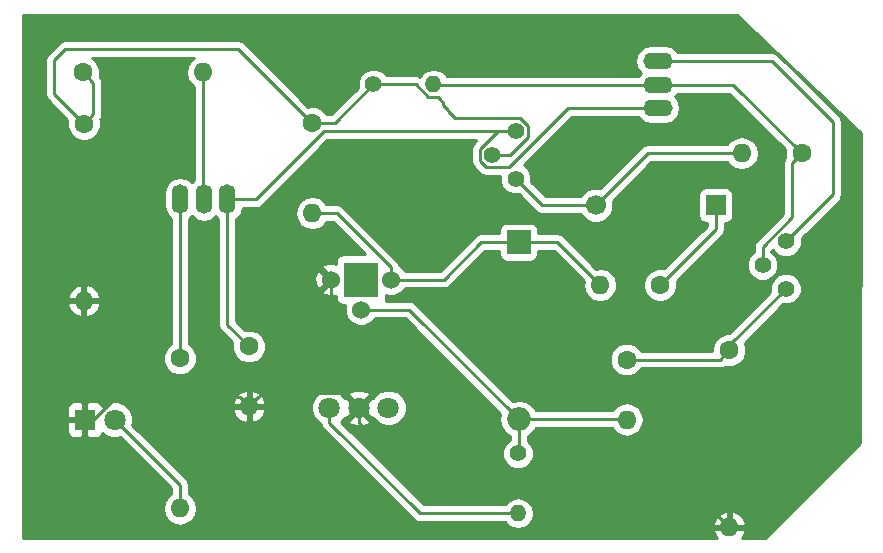
<source format=gbr>
G04 #@! TF.FileFunction,Copper,L1,Top,Signal*
%FSLAX46Y46*%
G04 Gerber Fmt 4.6, Leading zero omitted, Abs format (unit mm)*
G04 Created by KiCad (PCBNEW 4.0.5) date 06/09/17 00:57:20*
%MOMM*%
%LPD*%
G01*
G04 APERTURE LIST*
%ADD10C,0.100000*%
%ADD11C,1.600000*%
%ADD12O,1.600000X1.600000*%
%ADD13R,2.000000X2.000000*%
%ADD14O,2.000000X2.000000*%
%ADD15C,1.699260*%
%ADD16R,1.699260X1.699260*%
%ADD17R,1.800000X1.800000*%
%ADD18C,1.800000*%
%ADD19C,1.524000*%
%ADD20R,3.000000X3.000000*%
%ADD21O,1.400000X2.500000*%
%ADD22O,2.500000X1.400000*%
%ADD23C,1.400000*%
%ADD24O,1.400000X1.400000*%
%ADD25C,0.250000*%
%ADD26C,0.254000*%
G04 APERTURE END LIST*
D10*
D11*
X76476860Y-67068700D03*
D12*
X76476860Y-82068700D03*
D13*
X113280000Y-77090000D03*
D14*
X113280000Y-92090000D03*
D11*
X131130000Y-86230000D03*
D12*
X131130000Y-101230000D03*
D15*
X119809480Y-73962540D03*
D16*
X129969480Y-73962540D03*
D17*
X76545440Y-92118180D03*
D18*
X79085440Y-92118180D03*
D19*
X102481380Y-80256380D03*
X97401380Y-80256380D03*
X99941380Y-82796380D03*
D20*
X99941380Y-80256380D03*
D21*
X86629240Y-73469500D03*
X88629240Y-73469500D03*
X84629240Y-73469500D03*
D22*
X125060000Y-63760000D03*
X125060000Y-65760000D03*
X125060000Y-61760000D03*
D23*
X133930000Y-79030000D03*
X135930000Y-81030000D03*
X135930000Y-77030000D03*
D11*
X76390500Y-62727840D03*
D12*
X86550500Y-62727840D03*
D11*
X84602320Y-86939120D03*
D12*
X84602320Y-99639120D03*
D11*
X95811340Y-67022980D03*
D12*
X95811340Y-74642980D03*
D11*
X125260000Y-80720000D03*
D12*
X120180000Y-80720000D03*
D23*
X113230000Y-94980000D03*
D24*
X113230000Y-100060000D03*
D11*
X122420000Y-87030000D03*
D12*
X122420000Y-92110000D03*
D11*
X90457020Y-85925660D03*
D12*
X90457020Y-91005660D03*
D11*
X137240000Y-69570000D03*
D12*
X132160000Y-69570000D03*
D23*
X100990000Y-63740000D03*
D24*
X106070000Y-63740000D03*
D18*
X102260000Y-91120000D03*
X99760000Y-91120000D03*
X97260000Y-91120000D03*
D23*
X111030000Y-69720000D03*
X113030000Y-71720000D03*
X113030000Y-67720000D03*
D25*
X95811340Y-67022980D02*
X97707020Y-67022980D01*
X97707020Y-67022980D02*
X100990000Y-63740000D01*
X100990000Y-63740000D02*
X104552998Y-63740000D01*
X106608880Y-64950340D02*
X106608880Y-65003680D01*
X107327700Y-65979040D02*
X107891580Y-66542920D01*
X104552998Y-63740000D02*
X105577999Y-64765001D01*
X105577999Y-64765001D02*
X106423541Y-64765001D01*
X106423541Y-64765001D02*
X106608880Y-64950340D01*
X107327700Y-65874900D02*
X107327700Y-65979040D01*
X112019949Y-69720000D02*
X111030000Y-69720000D01*
X106608880Y-65003680D02*
X106918760Y-65313560D01*
X106918760Y-65313560D02*
X106918760Y-65465960D01*
X106918760Y-65465960D02*
X107327700Y-65874900D01*
X114055001Y-68212001D02*
X112547002Y-69720000D01*
X107891580Y-66542920D02*
X113369922Y-66542920D01*
X113369922Y-66542920D02*
X114055001Y-67227999D01*
X114055001Y-67227999D02*
X114055001Y-68212001D01*
X112547002Y-69720000D02*
X112019949Y-69720000D01*
X76476860Y-67068700D02*
X73939400Y-64531240D01*
X73939400Y-64531240D02*
X73939400Y-61699140D01*
X73939400Y-61699140D02*
X74889360Y-60749180D01*
X74889360Y-60749180D02*
X89537540Y-60749180D01*
X89537540Y-60749180D02*
X95811340Y-67022980D01*
X76476860Y-67068700D02*
X77276859Y-66268701D01*
X77276859Y-66268701D02*
X77276859Y-63614199D01*
X77276859Y-63614199D02*
X77190499Y-63527839D01*
X77190499Y-63527839D02*
X76390500Y-62727840D01*
X99760000Y-91120000D02*
X99760000Y-92392792D01*
X105957308Y-98590100D02*
X128490100Y-98590100D01*
X128490100Y-98590100D02*
X131130000Y-101230000D01*
X99760000Y-92392792D02*
X105957308Y-98590100D01*
X76545440Y-92118180D02*
X77272438Y-92118180D01*
X77272438Y-92118180D02*
X79184957Y-90205661D01*
X79184957Y-90205661D02*
X89657021Y-90205661D01*
X89657021Y-90205661D02*
X90457020Y-91005660D01*
X97401380Y-80256380D02*
X97401380Y-88761380D01*
X97401380Y-88761380D02*
X99760000Y-91120000D01*
X76545440Y-92118180D02*
X76545440Y-82137280D01*
X76545440Y-82137280D02*
X76476860Y-82068700D01*
X99760000Y-91120000D02*
X98492500Y-89852500D01*
X98492500Y-89852500D02*
X91610180Y-89852500D01*
X91610180Y-89852500D02*
X91257019Y-90205661D01*
X91257019Y-90205661D02*
X90457020Y-91005660D01*
X102481380Y-80256380D02*
X102481380Y-79211378D01*
X102481380Y-79211378D02*
X97912982Y-74642980D01*
X97912982Y-74642980D02*
X96942710Y-74642980D01*
X96942710Y-74642980D02*
X95811340Y-74642980D01*
X106923840Y-80256380D02*
X110090220Y-77090000D01*
X110090220Y-77090000D02*
X113280000Y-77090000D01*
X102481380Y-80256380D02*
X106923840Y-80256380D01*
X120180000Y-80720000D02*
X116550000Y-77090000D01*
X116550000Y-77090000D02*
X113280000Y-77090000D01*
X113280000Y-92090000D02*
X113280000Y-94930000D01*
X113280000Y-94930000D02*
X113230000Y-94980000D01*
X113280000Y-92090000D02*
X122400000Y-92090000D01*
X122400000Y-92090000D02*
X122420000Y-92110000D01*
X99941380Y-82796380D02*
X103986380Y-82796380D01*
X103986380Y-82796380D02*
X113280000Y-92090000D01*
X135930000Y-81030000D02*
X131130000Y-85830000D01*
X131130000Y-85830000D02*
X131130000Y-86230000D01*
X122420000Y-87030000D02*
X130330001Y-87029999D01*
X130330001Y-87029999D02*
X131130000Y-86230000D01*
X119809480Y-73962540D02*
X124202020Y-69570000D01*
X124202020Y-69570000D02*
X132160000Y-69570000D01*
X113030000Y-71720000D02*
X115272540Y-73962540D01*
X115272540Y-73962540D02*
X119809480Y-73962540D01*
X129969480Y-73962540D02*
X129969480Y-76010520D01*
X129969480Y-76010520D02*
X125260000Y-80720000D01*
X79085440Y-92118180D02*
X84602320Y-97635060D01*
X84602320Y-97635060D02*
X84602320Y-99639120D01*
X86550500Y-62727840D02*
X86550500Y-73390760D01*
X86550500Y-73390760D02*
X86629240Y-73469500D01*
X113030000Y-67720000D02*
X111512998Y-67720000D01*
X110004999Y-70212001D02*
X110537999Y-70745001D01*
X111512998Y-67720000D02*
X110004999Y-69227999D01*
X110004999Y-69227999D02*
X110004999Y-70212001D01*
X110537999Y-70745001D02*
X112487997Y-70745001D01*
X112487997Y-70745001D02*
X117472998Y-65760000D01*
X117472998Y-65760000D02*
X123560000Y-65760000D01*
X123560000Y-65760000D02*
X125060000Y-65760000D01*
X88629240Y-73469500D02*
X91029822Y-73469500D01*
X96779322Y-67720000D02*
X112040051Y-67720000D01*
X112040051Y-67720000D02*
X113030000Y-67720000D01*
X91029822Y-73469500D02*
X96779322Y-67720000D01*
X88629240Y-73469500D02*
X88629240Y-84097880D01*
X88629240Y-84097880D02*
X90457020Y-85925660D01*
X84602320Y-86939120D02*
X84602320Y-73496420D01*
X84602320Y-73496420D02*
X84629240Y-73469500D01*
X125060000Y-63760000D02*
X106090000Y-63760000D01*
X106090000Y-63760000D02*
X106070000Y-63740000D01*
X137240000Y-69570000D02*
X136440001Y-70369999D01*
X136440001Y-70369999D02*
X136440001Y-75002997D01*
X136440001Y-75002997D02*
X133930000Y-77512998D01*
X133930000Y-77512998D02*
X133930000Y-78040051D01*
X133930000Y-78040051D02*
X133930000Y-79030000D01*
X125060000Y-63760000D02*
X131430000Y-63760000D01*
X131430000Y-63760000D02*
X137240000Y-69570000D01*
X139915900Y-66949320D02*
X139915900Y-73044100D01*
X139915900Y-73044100D02*
X135930000Y-77030000D01*
X134726580Y-61760000D02*
X139915900Y-66949320D01*
X125060000Y-61760000D02*
X134726580Y-61760000D01*
X97260000Y-91120000D02*
X97260000Y-92392792D01*
X97260000Y-92392792D02*
X104927208Y-100060000D01*
X112240051Y-100060000D02*
X113230000Y-100060000D01*
X104927208Y-100060000D02*
X112240051Y-100060000D01*
D26*
G36*
X142230839Y-67829522D02*
X142213448Y-94107468D01*
X134155603Y-102170160D01*
X132188528Y-102170160D01*
X132282389Y-102085134D01*
X132521914Y-101579041D01*
X132400629Y-101357000D01*
X131257000Y-101357000D01*
X131257000Y-101377000D01*
X131003000Y-101377000D01*
X131003000Y-101357000D01*
X129859371Y-101357000D01*
X129738086Y-101579041D01*
X129977611Y-102085134D01*
X130071472Y-102170160D01*
X71303818Y-102170160D01*
X71298388Y-92403930D01*
X75010440Y-92403930D01*
X75010440Y-93144490D01*
X75107113Y-93377879D01*
X75285742Y-93556507D01*
X75519131Y-93653180D01*
X76259690Y-93653180D01*
X76418440Y-93494430D01*
X76418440Y-92245180D01*
X75169190Y-92245180D01*
X75010440Y-92403930D01*
X71298388Y-92403930D01*
X71297659Y-91091870D01*
X75010440Y-91091870D01*
X75010440Y-91832430D01*
X75169190Y-91991180D01*
X76418440Y-91991180D01*
X76418440Y-90741930D01*
X76672440Y-90741930D01*
X76672440Y-91991180D01*
X76692440Y-91991180D01*
X76692440Y-92245180D01*
X76672440Y-92245180D01*
X76672440Y-93494430D01*
X76831190Y-93653180D01*
X77571749Y-93653180D01*
X77805138Y-93556507D01*
X77983767Y-93377879D01*
X78039559Y-93243186D01*
X78214797Y-93418731D01*
X78778770Y-93652913D01*
X79389431Y-93653445D01*
X79500153Y-93607695D01*
X83842320Y-97949862D01*
X83842320Y-98426125D01*
X83587622Y-98596309D01*
X83276553Y-99061856D01*
X83167320Y-99611007D01*
X83167320Y-99667233D01*
X83276553Y-100216384D01*
X83587622Y-100681931D01*
X84053169Y-100993000D01*
X84602320Y-101102233D01*
X85151471Y-100993000D01*
X85617018Y-100681931D01*
X85928087Y-100216384D01*
X86037320Y-99667233D01*
X86037320Y-99611007D01*
X85928087Y-99061856D01*
X85617018Y-98596309D01*
X85362320Y-98426125D01*
X85362320Y-97635060D01*
X85304468Y-97344221D01*
X85139721Y-97097659D01*
X80575206Y-92533144D01*
X80620173Y-92424850D01*
X80620705Y-91814189D01*
X80430849Y-91354701D01*
X89065106Y-91354701D01*
X89304631Y-91860794D01*
X89719597Y-92236701D01*
X90107981Y-92397564D01*
X90330020Y-92275575D01*
X90330020Y-91132660D01*
X90584020Y-91132660D01*
X90584020Y-92275575D01*
X90806059Y-92397564D01*
X91194443Y-92236701D01*
X91609409Y-91860794D01*
X91816140Y-91423991D01*
X95724735Y-91423991D01*
X95957932Y-91988371D01*
X96389357Y-92420551D01*
X96515980Y-92473130D01*
X96557852Y-92683631D01*
X96722599Y-92930193D01*
X104389807Y-100597401D01*
X104636369Y-100762148D01*
X104927208Y-100820000D01*
X112145600Y-100820000D01*
X112286012Y-101030142D01*
X112719118Y-101319533D01*
X113230000Y-101421154D01*
X113740882Y-101319533D01*
X114173988Y-101030142D01*
X114273668Y-100880959D01*
X129738086Y-100880959D01*
X129859371Y-101103000D01*
X131003000Y-101103000D01*
X131003000Y-99960085D01*
X131257000Y-99960085D01*
X131257000Y-101103000D01*
X132400629Y-101103000D01*
X132521914Y-100880959D01*
X132282389Y-100374866D01*
X131867423Y-99998959D01*
X131479039Y-99838096D01*
X131257000Y-99960085D01*
X131003000Y-99960085D01*
X130780961Y-99838096D01*
X130392577Y-99998959D01*
X129977611Y-100374866D01*
X129738086Y-100880959D01*
X114273668Y-100880959D01*
X114463379Y-100597036D01*
X114565000Y-100086154D01*
X114565000Y-100033846D01*
X114463379Y-99522964D01*
X114173988Y-99089858D01*
X113740882Y-98800467D01*
X113230000Y-98698846D01*
X112719118Y-98800467D01*
X112286012Y-99089858D01*
X112145600Y-99300000D01*
X105242010Y-99300000D01*
X98246328Y-92304318D01*
X98350668Y-92200159D01*
X98859446Y-92200159D01*
X98945852Y-92456643D01*
X99519336Y-92666458D01*
X100129460Y-92640839D01*
X100574148Y-92456643D01*
X100660554Y-92200159D01*
X99760000Y-91299605D01*
X98859446Y-92200159D01*
X98350668Y-92200159D01*
X98560551Y-91990643D01*
X98564294Y-91981628D01*
X98679841Y-92020554D01*
X99580395Y-91120000D01*
X99939605Y-91120000D01*
X100840159Y-92020554D01*
X100955214Y-91981793D01*
X100957932Y-91988371D01*
X101389357Y-92420551D01*
X101953330Y-92654733D01*
X102563991Y-92655265D01*
X103128371Y-92422068D01*
X103560551Y-91990643D01*
X103794733Y-91426670D01*
X103795265Y-90816009D01*
X103562068Y-90251629D01*
X103130643Y-89819449D01*
X102566670Y-89585267D01*
X101956009Y-89584735D01*
X101391629Y-89817932D01*
X100959449Y-90249357D01*
X100955706Y-90258372D01*
X100840159Y-90219446D01*
X99939605Y-91120000D01*
X99580395Y-91120000D01*
X98679841Y-90219446D01*
X98564786Y-90258207D01*
X98562068Y-90251629D01*
X98350650Y-90039841D01*
X98859446Y-90039841D01*
X99760000Y-90940395D01*
X100660554Y-90039841D01*
X100574148Y-89783357D01*
X100000664Y-89573542D01*
X99390540Y-89599161D01*
X98945852Y-89783357D01*
X98859446Y-90039841D01*
X98350650Y-90039841D01*
X98130643Y-89819449D01*
X97566670Y-89585267D01*
X96956009Y-89584735D01*
X96391629Y-89817932D01*
X95959449Y-90249357D01*
X95725267Y-90813330D01*
X95724735Y-91423991D01*
X91816140Y-91423991D01*
X91848934Y-91354701D01*
X91727649Y-91132660D01*
X90584020Y-91132660D01*
X90330020Y-91132660D01*
X89186391Y-91132660D01*
X89065106Y-91354701D01*
X80430849Y-91354701D01*
X80387508Y-91249809D01*
X79956083Y-90817629D01*
X79568328Y-90656619D01*
X89065106Y-90656619D01*
X89186391Y-90878660D01*
X90330020Y-90878660D01*
X90330020Y-89735745D01*
X90584020Y-89735745D01*
X90584020Y-90878660D01*
X91727649Y-90878660D01*
X91848934Y-90656619D01*
X91609409Y-90150526D01*
X91194443Y-89774619D01*
X90806059Y-89613756D01*
X90584020Y-89735745D01*
X90330020Y-89735745D01*
X90107981Y-89613756D01*
X89719597Y-89774619D01*
X89304631Y-90150526D01*
X89065106Y-90656619D01*
X79568328Y-90656619D01*
X79392110Y-90583447D01*
X78781449Y-90582915D01*
X78217069Y-90816112D01*
X78039599Y-90993272D01*
X77983767Y-90858481D01*
X77805138Y-90679853D01*
X77571749Y-90583180D01*
X76831190Y-90583180D01*
X76672440Y-90741930D01*
X76418440Y-90741930D01*
X76259690Y-90583180D01*
X75519131Y-90583180D01*
X75285742Y-90679853D01*
X75107113Y-90858481D01*
X75010440Y-91091870D01*
X71297659Y-91091870D01*
X71292836Y-82417741D01*
X75084946Y-82417741D01*
X75324471Y-82923834D01*
X75739437Y-83299741D01*
X76127821Y-83460604D01*
X76349860Y-83338615D01*
X76349860Y-82195700D01*
X76603860Y-82195700D01*
X76603860Y-83338615D01*
X76825899Y-83460604D01*
X77214283Y-83299741D01*
X77629249Y-82923834D01*
X77868774Y-82417741D01*
X77747489Y-82195700D01*
X76603860Y-82195700D01*
X76349860Y-82195700D01*
X75206231Y-82195700D01*
X75084946Y-82417741D01*
X71292836Y-82417741D01*
X71292448Y-81719659D01*
X75084946Y-81719659D01*
X75206231Y-81941700D01*
X76349860Y-81941700D01*
X76349860Y-80798785D01*
X76603860Y-80798785D01*
X76603860Y-81941700D01*
X77747489Y-81941700D01*
X77868774Y-81719659D01*
X77629249Y-81213566D01*
X77214283Y-80837659D01*
X76825899Y-80676796D01*
X76603860Y-80798785D01*
X76349860Y-80798785D01*
X76127821Y-80676796D01*
X75739437Y-80837659D01*
X75324471Y-81213566D01*
X75084946Y-81719659D01*
X71292448Y-81719659D01*
X71281313Y-61699140D01*
X73179400Y-61699140D01*
X73179400Y-64531240D01*
X73237252Y-64822079D01*
X73401999Y-65068641D01*
X75063604Y-66730246D01*
X75042110Y-66782009D01*
X75041612Y-67352887D01*
X75259617Y-67880500D01*
X75662937Y-68284524D01*
X76190169Y-68503450D01*
X76761047Y-68503948D01*
X77288660Y-68285943D01*
X77692684Y-67882623D01*
X77911610Y-67355391D01*
X77912108Y-66784513D01*
X77880232Y-66707368D01*
X77979007Y-66559541D01*
X77997216Y-66467999D01*
X78036859Y-66268701D01*
X78036859Y-63614199D01*
X77979007Y-63323360D01*
X77814260Y-63076798D01*
X77803756Y-63066294D01*
X77825250Y-63014531D01*
X77825748Y-62443653D01*
X77607743Y-61916040D01*
X77204423Y-61512016D01*
X77197593Y-61509180D01*
X85812939Y-61509180D01*
X85507689Y-61713142D01*
X85196620Y-62178689D01*
X85087387Y-62727840D01*
X85196620Y-63276991D01*
X85507689Y-63742538D01*
X85790500Y-63931507D01*
X85790500Y-71868259D01*
X85685252Y-71938583D01*
X85629240Y-72022411D01*
X85573228Y-71938583D01*
X85140122Y-71649192D01*
X84629240Y-71547571D01*
X84118358Y-71649192D01*
X83685252Y-71938583D01*
X83395861Y-72371689D01*
X83294240Y-72882571D01*
X83294240Y-74056429D01*
X83395861Y-74567311D01*
X83685252Y-75000417D01*
X83842320Y-75105366D01*
X83842320Y-85700474D01*
X83790520Y-85721877D01*
X83386496Y-86125197D01*
X83167570Y-86652429D01*
X83167072Y-87223307D01*
X83385077Y-87750920D01*
X83788397Y-88154944D01*
X84315629Y-88373870D01*
X84886507Y-88374368D01*
X85414120Y-88156363D01*
X85818144Y-87753043D01*
X86037070Y-87225811D01*
X86037568Y-86654933D01*
X85819563Y-86127320D01*
X85416243Y-85723296D01*
X85362320Y-85700905D01*
X85362320Y-75141341D01*
X85573228Y-75000417D01*
X85629240Y-74916589D01*
X85685252Y-75000417D01*
X86118358Y-75289808D01*
X86629240Y-75391429D01*
X87140122Y-75289808D01*
X87573228Y-75000417D01*
X87629240Y-74916589D01*
X87685252Y-75000417D01*
X87869240Y-75123353D01*
X87869240Y-84097880D01*
X87927092Y-84388719D01*
X88091839Y-84635281D01*
X89043764Y-85587206D01*
X89022270Y-85638969D01*
X89021772Y-86209847D01*
X89239777Y-86737460D01*
X89643097Y-87141484D01*
X90170329Y-87360410D01*
X90741207Y-87360908D01*
X91268820Y-87142903D01*
X91672844Y-86739583D01*
X91891770Y-86212351D01*
X91892268Y-85641473D01*
X91674263Y-85113860D01*
X91270943Y-84709836D01*
X90743711Y-84490910D01*
X90172833Y-84490412D01*
X90118871Y-84512709D01*
X89389240Y-83783078D01*
X89389240Y-80048682D01*
X95992236Y-80048682D01*
X96020018Y-80603748D01*
X96178983Y-80987523D01*
X96421167Y-81056988D01*
X97221775Y-80256380D01*
X96421167Y-79455772D01*
X96178983Y-79525237D01*
X95992236Y-80048682D01*
X89389240Y-80048682D01*
X89389240Y-75123353D01*
X89573228Y-75000417D01*
X89830843Y-74614867D01*
X94376340Y-74614867D01*
X94376340Y-74671093D01*
X94485573Y-75220244D01*
X94796642Y-75685791D01*
X95262189Y-75996860D01*
X95811340Y-76106093D01*
X96360491Y-75996860D01*
X96826038Y-75685791D01*
X97015007Y-75402980D01*
X97598180Y-75402980D01*
X100304140Y-78108940D01*
X98441380Y-78108940D01*
X98206063Y-78153218D01*
X97989939Y-78292290D01*
X97844949Y-78504490D01*
X97793940Y-78756380D01*
X97793940Y-78913188D01*
X97609078Y-78847236D01*
X97054012Y-78875018D01*
X96670237Y-79033983D01*
X96600772Y-79276167D01*
X97401380Y-80076775D01*
X97415523Y-80062633D01*
X97595128Y-80242238D01*
X97580985Y-80256380D01*
X97595128Y-80270523D01*
X97415523Y-80450128D01*
X97401380Y-80435985D01*
X96600772Y-81236593D01*
X96670237Y-81478777D01*
X97193682Y-81665524D01*
X97748748Y-81637742D01*
X97793940Y-81619023D01*
X97793940Y-81756380D01*
X97838218Y-81991697D01*
X97977290Y-82207821D01*
X98189490Y-82352811D01*
X98441380Y-82403820D01*
X98591736Y-82403820D01*
X98544623Y-82517280D01*
X98544138Y-83073041D01*
X98756370Y-83586683D01*
X99149010Y-83980009D01*
X99662280Y-84193137D01*
X100218041Y-84193622D01*
X100731683Y-83981390D01*
X101125009Y-83588750D01*
X101138450Y-83556380D01*
X103671578Y-83556380D01*
X111732628Y-91617430D01*
X111645000Y-92057968D01*
X111645000Y-92122032D01*
X111769457Y-92747719D01*
X112123880Y-93278152D01*
X112520000Y-93542830D01*
X112520000Y-93828894D01*
X112474771Y-93847582D01*
X112098902Y-94222796D01*
X111895232Y-94713287D01*
X111894769Y-95244383D01*
X112097582Y-95735229D01*
X112472796Y-96111098D01*
X112963287Y-96314768D01*
X113494383Y-96315231D01*
X113985229Y-96112418D01*
X114361098Y-95737204D01*
X114564768Y-95246713D01*
X114565231Y-94715617D01*
X114362418Y-94224771D01*
X114040000Y-93901790D01*
X114040000Y-93542830D01*
X114436120Y-93278152D01*
X114722201Y-92850000D01*
X121202970Y-92850000D01*
X121405302Y-93152811D01*
X121870849Y-93463880D01*
X122420000Y-93573113D01*
X122969151Y-93463880D01*
X123434698Y-93152811D01*
X123745767Y-92687264D01*
X123855000Y-92138113D01*
X123855000Y-92081887D01*
X123745767Y-91532736D01*
X123434698Y-91067189D01*
X122969151Y-90756120D01*
X122420000Y-90646887D01*
X121870849Y-90756120D01*
X121405302Y-91067189D01*
X121229697Y-91330000D01*
X114722201Y-91330000D01*
X114436120Y-90901848D01*
X113905687Y-90547425D01*
X113280000Y-90422968D01*
X112786027Y-90521225D01*
X109578989Y-87314187D01*
X120984752Y-87314187D01*
X121202757Y-87841800D01*
X121606077Y-88245824D01*
X122133309Y-88464750D01*
X122704187Y-88465248D01*
X123231800Y-88247243D01*
X123635824Y-87843923D01*
X123658215Y-87790000D01*
X130330001Y-87789999D01*
X130620840Y-87732147D01*
X130768313Y-87633609D01*
X130843309Y-87664750D01*
X131414187Y-87665248D01*
X131941800Y-87447243D01*
X132345824Y-87043923D01*
X132564750Y-86516691D01*
X132565248Y-85945813D01*
X132425999Y-85608803D01*
X135670028Y-82364774D01*
X136194383Y-82365231D01*
X136685229Y-82162418D01*
X137061098Y-81787204D01*
X137264768Y-81296713D01*
X137265231Y-80765617D01*
X137062418Y-80274771D01*
X136687204Y-79898902D01*
X136196713Y-79695232D01*
X135665617Y-79694769D01*
X135174771Y-79897582D01*
X134798902Y-80272796D01*
X134595232Y-80763287D01*
X134594772Y-81290426D01*
X131090233Y-84794965D01*
X130845813Y-84794752D01*
X130318200Y-85012757D01*
X129914176Y-85416077D01*
X129695250Y-85943309D01*
X129694965Y-86269999D01*
X123658646Y-86270000D01*
X123637243Y-86218200D01*
X123233923Y-85814176D01*
X122706691Y-85595250D01*
X122135813Y-85594752D01*
X121608200Y-85812757D01*
X121204176Y-86216077D01*
X120985250Y-86743309D01*
X120984752Y-87314187D01*
X109578989Y-87314187D01*
X104523781Y-82258979D01*
X104277219Y-82094232D01*
X103986380Y-82036380D01*
X102018604Y-82036380D01*
X102037811Y-82008270D01*
X102088820Y-81756380D01*
X102088820Y-81606024D01*
X102202280Y-81653137D01*
X102758041Y-81653622D01*
X103271683Y-81441390D01*
X103665009Y-81048750D01*
X103678450Y-81016380D01*
X106923840Y-81016380D01*
X107214679Y-80958528D01*
X107461241Y-80793781D01*
X110405022Y-77850000D01*
X111632560Y-77850000D01*
X111632560Y-78090000D01*
X111676838Y-78325317D01*
X111815910Y-78541441D01*
X112028110Y-78686431D01*
X112280000Y-78737440D01*
X114280000Y-78737440D01*
X114515317Y-78693162D01*
X114731441Y-78554090D01*
X114876431Y-78341890D01*
X114927440Y-78090000D01*
X114927440Y-77850000D01*
X116235198Y-77850000D01*
X118781312Y-80396114D01*
X118716887Y-80720000D01*
X118826120Y-81269151D01*
X119137189Y-81734698D01*
X119602736Y-82045767D01*
X120151887Y-82155000D01*
X120208113Y-82155000D01*
X120757264Y-82045767D01*
X121222811Y-81734698D01*
X121533880Y-81269151D01*
X121586584Y-81004187D01*
X123824752Y-81004187D01*
X124042757Y-81531800D01*
X124446077Y-81935824D01*
X124973309Y-82154750D01*
X125544187Y-82155248D01*
X126071800Y-81937243D01*
X126475824Y-81533923D01*
X126694750Y-81006691D01*
X126695248Y-80435813D01*
X126672951Y-80381851D01*
X130506881Y-76547921D01*
X130613835Y-76387852D01*
X130671628Y-76301359D01*
X130729480Y-76010520D01*
X130729480Y-75459610D01*
X130819110Y-75459610D01*
X131054427Y-75415332D01*
X131270551Y-75276260D01*
X131415541Y-75064060D01*
X131466550Y-74812170D01*
X131466550Y-73112910D01*
X131422272Y-72877593D01*
X131283200Y-72661469D01*
X131071000Y-72516479D01*
X130819110Y-72465470D01*
X129119850Y-72465470D01*
X128884533Y-72509748D01*
X128668409Y-72648820D01*
X128523419Y-72861020D01*
X128472410Y-73112910D01*
X128472410Y-74812170D01*
X128516688Y-75047487D01*
X128655760Y-75263611D01*
X128867960Y-75408601D01*
X129119850Y-75459610D01*
X129209480Y-75459610D01*
X129209480Y-75695718D01*
X125598454Y-79306744D01*
X125546691Y-79285250D01*
X124975813Y-79284752D01*
X124448200Y-79502757D01*
X124044176Y-79906077D01*
X123825250Y-80433309D01*
X123824752Y-81004187D01*
X121586584Y-81004187D01*
X121643113Y-80720000D01*
X121533880Y-80170849D01*
X121222811Y-79705302D01*
X120757264Y-79394233D01*
X120208113Y-79285000D01*
X120151887Y-79285000D01*
X119874898Y-79340096D01*
X117087401Y-76552599D01*
X116840839Y-76387852D01*
X116550000Y-76330000D01*
X114927440Y-76330000D01*
X114927440Y-76090000D01*
X114883162Y-75854683D01*
X114744090Y-75638559D01*
X114531890Y-75493569D01*
X114280000Y-75442560D01*
X112280000Y-75442560D01*
X112044683Y-75486838D01*
X111828559Y-75625910D01*
X111683569Y-75838110D01*
X111632560Y-76090000D01*
X111632560Y-76330000D01*
X110090220Y-76330000D01*
X109799381Y-76387852D01*
X109552819Y-76552599D01*
X106609038Y-79496380D01*
X103678911Y-79496380D01*
X103666390Y-79466077D01*
X103273750Y-79072751D01*
X103208408Y-79045619D01*
X103183528Y-78920539D01*
X103183528Y-78920538D01*
X103018781Y-78673977D01*
X98450383Y-74105579D01*
X98203821Y-73940832D01*
X97912982Y-73882980D01*
X97015007Y-73882980D01*
X96826038Y-73600169D01*
X96360491Y-73289100D01*
X95811340Y-73179867D01*
X95262189Y-73289100D01*
X94796642Y-73600169D01*
X94485573Y-74065716D01*
X94376340Y-74614867D01*
X89830843Y-74614867D01*
X89862619Y-74567311D01*
X89929814Y-74229500D01*
X91029822Y-74229500D01*
X91320661Y-74171648D01*
X91567223Y-74006901D01*
X97094124Y-68480000D01*
X109678196Y-68480000D01*
X109467598Y-68690598D01*
X109302851Y-68937160D01*
X109244999Y-69227999D01*
X109244999Y-70212001D01*
X109302851Y-70502840D01*
X109467598Y-70749402D01*
X110000598Y-71282402D01*
X110247160Y-71447149D01*
X110537999Y-71505001D01*
X111695187Y-71505001D01*
X111694769Y-71984383D01*
X111897582Y-72475229D01*
X112272796Y-72851098D01*
X112763287Y-73054768D01*
X113290426Y-73055228D01*
X114735139Y-74499941D01*
X114981700Y-74664688D01*
X115029954Y-74674286D01*
X115272540Y-74722540D01*
X118517133Y-74722540D01*
X118550138Y-74802417D01*
X118967406Y-75220414D01*
X119512873Y-75446912D01*
X120103496Y-75447428D01*
X120649357Y-75221882D01*
X121067354Y-74804614D01*
X121293852Y-74259147D01*
X121294368Y-73668524D01*
X121260431Y-73586391D01*
X124516822Y-70330000D01*
X130947005Y-70330000D01*
X131117189Y-70584698D01*
X131582736Y-70895767D01*
X132131887Y-71005000D01*
X132188113Y-71005000D01*
X132737264Y-70895767D01*
X133202811Y-70584698D01*
X133513880Y-70119151D01*
X133623113Y-69570000D01*
X133513880Y-69020849D01*
X133202811Y-68555302D01*
X132737264Y-68244233D01*
X132188113Y-68135000D01*
X132131887Y-68135000D01*
X131582736Y-68244233D01*
X131117189Y-68555302D01*
X130947005Y-68810000D01*
X124202020Y-68810000D01*
X123911181Y-68867852D01*
X123664619Y-69032599D01*
X120185906Y-72511312D01*
X120106087Y-72478168D01*
X119515464Y-72477652D01*
X118969603Y-72703198D01*
X118551606Y-73120466D01*
X118517526Y-73202540D01*
X115587342Y-73202540D01*
X114364774Y-71979972D01*
X114365231Y-71455617D01*
X114162418Y-70964771D01*
X113787204Y-70588902D01*
X113738939Y-70568861D01*
X117787800Y-66520000D01*
X123406147Y-66520000D01*
X123529083Y-66703988D01*
X123962189Y-66993379D01*
X124473071Y-67095000D01*
X125646929Y-67095000D01*
X126157811Y-66993379D01*
X126590917Y-66703988D01*
X126880308Y-66270882D01*
X126981929Y-65760000D01*
X126880308Y-65249118D01*
X126590917Y-64816012D01*
X126507089Y-64760000D01*
X126590917Y-64703988D01*
X126713853Y-64520000D01*
X131115198Y-64520000D01*
X135826744Y-69231546D01*
X135805250Y-69283309D01*
X135804752Y-69854187D01*
X135836628Y-69931333D01*
X135737853Y-70079160D01*
X135680001Y-70369999D01*
X135680001Y-74688195D01*
X133392599Y-76975597D01*
X133227852Y-77222159D01*
X133170000Y-77512998D01*
X133170000Y-77902345D01*
X132798902Y-78272796D01*
X132595232Y-78763287D01*
X132594769Y-79294383D01*
X132797582Y-79785229D01*
X133172796Y-80161098D01*
X133663287Y-80364768D01*
X134194383Y-80365231D01*
X134685229Y-80162418D01*
X135061098Y-79787204D01*
X135264768Y-79296713D01*
X135265231Y-78765617D01*
X135062418Y-78274771D01*
X134690000Y-77901703D01*
X134690000Y-77827800D01*
X134778574Y-77739226D01*
X134797582Y-77785229D01*
X135172796Y-78161098D01*
X135663287Y-78364768D01*
X136194383Y-78365231D01*
X136685229Y-78162418D01*
X137061098Y-77787204D01*
X137264768Y-77296713D01*
X137265228Y-76769574D01*
X140453301Y-73581501D01*
X140618048Y-73334939D01*
X140675900Y-73044100D01*
X140675900Y-66949320D01*
X140618048Y-66658481D01*
X140453301Y-66411919D01*
X135263981Y-61222599D01*
X135017419Y-61057852D01*
X134726580Y-61000000D01*
X126713853Y-61000000D01*
X126590917Y-60816012D01*
X126157811Y-60526621D01*
X125646929Y-60425000D01*
X124473071Y-60425000D01*
X123962189Y-60526621D01*
X123529083Y-60816012D01*
X123239692Y-61249118D01*
X123138071Y-61760000D01*
X123239692Y-62270882D01*
X123529083Y-62703988D01*
X123612911Y-62760000D01*
X123529083Y-62816012D01*
X123406147Y-63000000D01*
X107176442Y-63000000D01*
X107040142Y-62796012D01*
X106607036Y-62506621D01*
X106096154Y-62405000D01*
X106043846Y-62405000D01*
X105532964Y-62506621D01*
X105099858Y-62796012D01*
X104909120Y-63081473D01*
X104843837Y-63037852D01*
X104552998Y-62980000D01*
X102117655Y-62980000D01*
X101747204Y-62608902D01*
X101256713Y-62405232D01*
X100725617Y-62404769D01*
X100234771Y-62607582D01*
X99858902Y-62982796D01*
X99655232Y-63473287D01*
X99654772Y-64000426D01*
X97392218Y-66262980D01*
X97049986Y-66262980D01*
X97028583Y-66211180D01*
X96625263Y-65807156D01*
X96098031Y-65588230D01*
X95527153Y-65587732D01*
X95473191Y-65610029D01*
X90074941Y-60211779D01*
X89828379Y-60047032D01*
X89537540Y-59989180D01*
X74889360Y-59989180D01*
X74598520Y-60047032D01*
X74351959Y-60211779D01*
X73401999Y-61161739D01*
X73237252Y-61408301D01*
X73179400Y-61699140D01*
X71281313Y-61699140D01*
X71279199Y-57897788D01*
X125694767Y-57872700D01*
X125826040Y-57846525D01*
X131760337Y-57835174D01*
X142230839Y-67829522D01*
X142230839Y-67829522D01*
G37*
X142230839Y-67829522D02*
X142213448Y-94107468D01*
X134155603Y-102170160D01*
X132188528Y-102170160D01*
X132282389Y-102085134D01*
X132521914Y-101579041D01*
X132400629Y-101357000D01*
X131257000Y-101357000D01*
X131257000Y-101377000D01*
X131003000Y-101377000D01*
X131003000Y-101357000D01*
X129859371Y-101357000D01*
X129738086Y-101579041D01*
X129977611Y-102085134D01*
X130071472Y-102170160D01*
X71303818Y-102170160D01*
X71298388Y-92403930D01*
X75010440Y-92403930D01*
X75010440Y-93144490D01*
X75107113Y-93377879D01*
X75285742Y-93556507D01*
X75519131Y-93653180D01*
X76259690Y-93653180D01*
X76418440Y-93494430D01*
X76418440Y-92245180D01*
X75169190Y-92245180D01*
X75010440Y-92403930D01*
X71298388Y-92403930D01*
X71297659Y-91091870D01*
X75010440Y-91091870D01*
X75010440Y-91832430D01*
X75169190Y-91991180D01*
X76418440Y-91991180D01*
X76418440Y-90741930D01*
X76672440Y-90741930D01*
X76672440Y-91991180D01*
X76692440Y-91991180D01*
X76692440Y-92245180D01*
X76672440Y-92245180D01*
X76672440Y-93494430D01*
X76831190Y-93653180D01*
X77571749Y-93653180D01*
X77805138Y-93556507D01*
X77983767Y-93377879D01*
X78039559Y-93243186D01*
X78214797Y-93418731D01*
X78778770Y-93652913D01*
X79389431Y-93653445D01*
X79500153Y-93607695D01*
X83842320Y-97949862D01*
X83842320Y-98426125D01*
X83587622Y-98596309D01*
X83276553Y-99061856D01*
X83167320Y-99611007D01*
X83167320Y-99667233D01*
X83276553Y-100216384D01*
X83587622Y-100681931D01*
X84053169Y-100993000D01*
X84602320Y-101102233D01*
X85151471Y-100993000D01*
X85617018Y-100681931D01*
X85928087Y-100216384D01*
X86037320Y-99667233D01*
X86037320Y-99611007D01*
X85928087Y-99061856D01*
X85617018Y-98596309D01*
X85362320Y-98426125D01*
X85362320Y-97635060D01*
X85304468Y-97344221D01*
X85139721Y-97097659D01*
X80575206Y-92533144D01*
X80620173Y-92424850D01*
X80620705Y-91814189D01*
X80430849Y-91354701D01*
X89065106Y-91354701D01*
X89304631Y-91860794D01*
X89719597Y-92236701D01*
X90107981Y-92397564D01*
X90330020Y-92275575D01*
X90330020Y-91132660D01*
X90584020Y-91132660D01*
X90584020Y-92275575D01*
X90806059Y-92397564D01*
X91194443Y-92236701D01*
X91609409Y-91860794D01*
X91816140Y-91423991D01*
X95724735Y-91423991D01*
X95957932Y-91988371D01*
X96389357Y-92420551D01*
X96515980Y-92473130D01*
X96557852Y-92683631D01*
X96722599Y-92930193D01*
X104389807Y-100597401D01*
X104636369Y-100762148D01*
X104927208Y-100820000D01*
X112145600Y-100820000D01*
X112286012Y-101030142D01*
X112719118Y-101319533D01*
X113230000Y-101421154D01*
X113740882Y-101319533D01*
X114173988Y-101030142D01*
X114273668Y-100880959D01*
X129738086Y-100880959D01*
X129859371Y-101103000D01*
X131003000Y-101103000D01*
X131003000Y-99960085D01*
X131257000Y-99960085D01*
X131257000Y-101103000D01*
X132400629Y-101103000D01*
X132521914Y-100880959D01*
X132282389Y-100374866D01*
X131867423Y-99998959D01*
X131479039Y-99838096D01*
X131257000Y-99960085D01*
X131003000Y-99960085D01*
X130780961Y-99838096D01*
X130392577Y-99998959D01*
X129977611Y-100374866D01*
X129738086Y-100880959D01*
X114273668Y-100880959D01*
X114463379Y-100597036D01*
X114565000Y-100086154D01*
X114565000Y-100033846D01*
X114463379Y-99522964D01*
X114173988Y-99089858D01*
X113740882Y-98800467D01*
X113230000Y-98698846D01*
X112719118Y-98800467D01*
X112286012Y-99089858D01*
X112145600Y-99300000D01*
X105242010Y-99300000D01*
X98246328Y-92304318D01*
X98350668Y-92200159D01*
X98859446Y-92200159D01*
X98945852Y-92456643D01*
X99519336Y-92666458D01*
X100129460Y-92640839D01*
X100574148Y-92456643D01*
X100660554Y-92200159D01*
X99760000Y-91299605D01*
X98859446Y-92200159D01*
X98350668Y-92200159D01*
X98560551Y-91990643D01*
X98564294Y-91981628D01*
X98679841Y-92020554D01*
X99580395Y-91120000D01*
X99939605Y-91120000D01*
X100840159Y-92020554D01*
X100955214Y-91981793D01*
X100957932Y-91988371D01*
X101389357Y-92420551D01*
X101953330Y-92654733D01*
X102563991Y-92655265D01*
X103128371Y-92422068D01*
X103560551Y-91990643D01*
X103794733Y-91426670D01*
X103795265Y-90816009D01*
X103562068Y-90251629D01*
X103130643Y-89819449D01*
X102566670Y-89585267D01*
X101956009Y-89584735D01*
X101391629Y-89817932D01*
X100959449Y-90249357D01*
X100955706Y-90258372D01*
X100840159Y-90219446D01*
X99939605Y-91120000D01*
X99580395Y-91120000D01*
X98679841Y-90219446D01*
X98564786Y-90258207D01*
X98562068Y-90251629D01*
X98350650Y-90039841D01*
X98859446Y-90039841D01*
X99760000Y-90940395D01*
X100660554Y-90039841D01*
X100574148Y-89783357D01*
X100000664Y-89573542D01*
X99390540Y-89599161D01*
X98945852Y-89783357D01*
X98859446Y-90039841D01*
X98350650Y-90039841D01*
X98130643Y-89819449D01*
X97566670Y-89585267D01*
X96956009Y-89584735D01*
X96391629Y-89817932D01*
X95959449Y-90249357D01*
X95725267Y-90813330D01*
X95724735Y-91423991D01*
X91816140Y-91423991D01*
X91848934Y-91354701D01*
X91727649Y-91132660D01*
X90584020Y-91132660D01*
X90330020Y-91132660D01*
X89186391Y-91132660D01*
X89065106Y-91354701D01*
X80430849Y-91354701D01*
X80387508Y-91249809D01*
X79956083Y-90817629D01*
X79568328Y-90656619D01*
X89065106Y-90656619D01*
X89186391Y-90878660D01*
X90330020Y-90878660D01*
X90330020Y-89735745D01*
X90584020Y-89735745D01*
X90584020Y-90878660D01*
X91727649Y-90878660D01*
X91848934Y-90656619D01*
X91609409Y-90150526D01*
X91194443Y-89774619D01*
X90806059Y-89613756D01*
X90584020Y-89735745D01*
X90330020Y-89735745D01*
X90107981Y-89613756D01*
X89719597Y-89774619D01*
X89304631Y-90150526D01*
X89065106Y-90656619D01*
X79568328Y-90656619D01*
X79392110Y-90583447D01*
X78781449Y-90582915D01*
X78217069Y-90816112D01*
X78039599Y-90993272D01*
X77983767Y-90858481D01*
X77805138Y-90679853D01*
X77571749Y-90583180D01*
X76831190Y-90583180D01*
X76672440Y-90741930D01*
X76418440Y-90741930D01*
X76259690Y-90583180D01*
X75519131Y-90583180D01*
X75285742Y-90679853D01*
X75107113Y-90858481D01*
X75010440Y-91091870D01*
X71297659Y-91091870D01*
X71292836Y-82417741D01*
X75084946Y-82417741D01*
X75324471Y-82923834D01*
X75739437Y-83299741D01*
X76127821Y-83460604D01*
X76349860Y-83338615D01*
X76349860Y-82195700D01*
X76603860Y-82195700D01*
X76603860Y-83338615D01*
X76825899Y-83460604D01*
X77214283Y-83299741D01*
X77629249Y-82923834D01*
X77868774Y-82417741D01*
X77747489Y-82195700D01*
X76603860Y-82195700D01*
X76349860Y-82195700D01*
X75206231Y-82195700D01*
X75084946Y-82417741D01*
X71292836Y-82417741D01*
X71292448Y-81719659D01*
X75084946Y-81719659D01*
X75206231Y-81941700D01*
X76349860Y-81941700D01*
X76349860Y-80798785D01*
X76603860Y-80798785D01*
X76603860Y-81941700D01*
X77747489Y-81941700D01*
X77868774Y-81719659D01*
X77629249Y-81213566D01*
X77214283Y-80837659D01*
X76825899Y-80676796D01*
X76603860Y-80798785D01*
X76349860Y-80798785D01*
X76127821Y-80676796D01*
X75739437Y-80837659D01*
X75324471Y-81213566D01*
X75084946Y-81719659D01*
X71292448Y-81719659D01*
X71281313Y-61699140D01*
X73179400Y-61699140D01*
X73179400Y-64531240D01*
X73237252Y-64822079D01*
X73401999Y-65068641D01*
X75063604Y-66730246D01*
X75042110Y-66782009D01*
X75041612Y-67352887D01*
X75259617Y-67880500D01*
X75662937Y-68284524D01*
X76190169Y-68503450D01*
X76761047Y-68503948D01*
X77288660Y-68285943D01*
X77692684Y-67882623D01*
X77911610Y-67355391D01*
X77912108Y-66784513D01*
X77880232Y-66707368D01*
X77979007Y-66559541D01*
X77997216Y-66467999D01*
X78036859Y-66268701D01*
X78036859Y-63614199D01*
X77979007Y-63323360D01*
X77814260Y-63076798D01*
X77803756Y-63066294D01*
X77825250Y-63014531D01*
X77825748Y-62443653D01*
X77607743Y-61916040D01*
X77204423Y-61512016D01*
X77197593Y-61509180D01*
X85812939Y-61509180D01*
X85507689Y-61713142D01*
X85196620Y-62178689D01*
X85087387Y-62727840D01*
X85196620Y-63276991D01*
X85507689Y-63742538D01*
X85790500Y-63931507D01*
X85790500Y-71868259D01*
X85685252Y-71938583D01*
X85629240Y-72022411D01*
X85573228Y-71938583D01*
X85140122Y-71649192D01*
X84629240Y-71547571D01*
X84118358Y-71649192D01*
X83685252Y-71938583D01*
X83395861Y-72371689D01*
X83294240Y-72882571D01*
X83294240Y-74056429D01*
X83395861Y-74567311D01*
X83685252Y-75000417D01*
X83842320Y-75105366D01*
X83842320Y-85700474D01*
X83790520Y-85721877D01*
X83386496Y-86125197D01*
X83167570Y-86652429D01*
X83167072Y-87223307D01*
X83385077Y-87750920D01*
X83788397Y-88154944D01*
X84315629Y-88373870D01*
X84886507Y-88374368D01*
X85414120Y-88156363D01*
X85818144Y-87753043D01*
X86037070Y-87225811D01*
X86037568Y-86654933D01*
X85819563Y-86127320D01*
X85416243Y-85723296D01*
X85362320Y-85700905D01*
X85362320Y-75141341D01*
X85573228Y-75000417D01*
X85629240Y-74916589D01*
X85685252Y-75000417D01*
X86118358Y-75289808D01*
X86629240Y-75391429D01*
X87140122Y-75289808D01*
X87573228Y-75000417D01*
X87629240Y-74916589D01*
X87685252Y-75000417D01*
X87869240Y-75123353D01*
X87869240Y-84097880D01*
X87927092Y-84388719D01*
X88091839Y-84635281D01*
X89043764Y-85587206D01*
X89022270Y-85638969D01*
X89021772Y-86209847D01*
X89239777Y-86737460D01*
X89643097Y-87141484D01*
X90170329Y-87360410D01*
X90741207Y-87360908D01*
X91268820Y-87142903D01*
X91672844Y-86739583D01*
X91891770Y-86212351D01*
X91892268Y-85641473D01*
X91674263Y-85113860D01*
X91270943Y-84709836D01*
X90743711Y-84490910D01*
X90172833Y-84490412D01*
X90118871Y-84512709D01*
X89389240Y-83783078D01*
X89389240Y-80048682D01*
X95992236Y-80048682D01*
X96020018Y-80603748D01*
X96178983Y-80987523D01*
X96421167Y-81056988D01*
X97221775Y-80256380D01*
X96421167Y-79455772D01*
X96178983Y-79525237D01*
X95992236Y-80048682D01*
X89389240Y-80048682D01*
X89389240Y-75123353D01*
X89573228Y-75000417D01*
X89830843Y-74614867D01*
X94376340Y-74614867D01*
X94376340Y-74671093D01*
X94485573Y-75220244D01*
X94796642Y-75685791D01*
X95262189Y-75996860D01*
X95811340Y-76106093D01*
X96360491Y-75996860D01*
X96826038Y-75685791D01*
X97015007Y-75402980D01*
X97598180Y-75402980D01*
X100304140Y-78108940D01*
X98441380Y-78108940D01*
X98206063Y-78153218D01*
X97989939Y-78292290D01*
X97844949Y-78504490D01*
X97793940Y-78756380D01*
X97793940Y-78913188D01*
X97609078Y-78847236D01*
X97054012Y-78875018D01*
X96670237Y-79033983D01*
X96600772Y-79276167D01*
X97401380Y-80076775D01*
X97415523Y-80062633D01*
X97595128Y-80242238D01*
X97580985Y-80256380D01*
X97595128Y-80270523D01*
X97415523Y-80450128D01*
X97401380Y-80435985D01*
X96600772Y-81236593D01*
X96670237Y-81478777D01*
X97193682Y-81665524D01*
X97748748Y-81637742D01*
X97793940Y-81619023D01*
X97793940Y-81756380D01*
X97838218Y-81991697D01*
X97977290Y-82207821D01*
X98189490Y-82352811D01*
X98441380Y-82403820D01*
X98591736Y-82403820D01*
X98544623Y-82517280D01*
X98544138Y-83073041D01*
X98756370Y-83586683D01*
X99149010Y-83980009D01*
X99662280Y-84193137D01*
X100218041Y-84193622D01*
X100731683Y-83981390D01*
X101125009Y-83588750D01*
X101138450Y-83556380D01*
X103671578Y-83556380D01*
X111732628Y-91617430D01*
X111645000Y-92057968D01*
X111645000Y-92122032D01*
X111769457Y-92747719D01*
X112123880Y-93278152D01*
X112520000Y-93542830D01*
X112520000Y-93828894D01*
X112474771Y-93847582D01*
X112098902Y-94222796D01*
X111895232Y-94713287D01*
X111894769Y-95244383D01*
X112097582Y-95735229D01*
X112472796Y-96111098D01*
X112963287Y-96314768D01*
X113494383Y-96315231D01*
X113985229Y-96112418D01*
X114361098Y-95737204D01*
X114564768Y-95246713D01*
X114565231Y-94715617D01*
X114362418Y-94224771D01*
X114040000Y-93901790D01*
X114040000Y-93542830D01*
X114436120Y-93278152D01*
X114722201Y-92850000D01*
X121202970Y-92850000D01*
X121405302Y-93152811D01*
X121870849Y-93463880D01*
X122420000Y-93573113D01*
X122969151Y-93463880D01*
X123434698Y-93152811D01*
X123745767Y-92687264D01*
X123855000Y-92138113D01*
X123855000Y-92081887D01*
X123745767Y-91532736D01*
X123434698Y-91067189D01*
X122969151Y-90756120D01*
X122420000Y-90646887D01*
X121870849Y-90756120D01*
X121405302Y-91067189D01*
X121229697Y-91330000D01*
X114722201Y-91330000D01*
X114436120Y-90901848D01*
X113905687Y-90547425D01*
X113280000Y-90422968D01*
X112786027Y-90521225D01*
X109578989Y-87314187D01*
X120984752Y-87314187D01*
X121202757Y-87841800D01*
X121606077Y-88245824D01*
X122133309Y-88464750D01*
X122704187Y-88465248D01*
X123231800Y-88247243D01*
X123635824Y-87843923D01*
X123658215Y-87790000D01*
X130330001Y-87789999D01*
X130620840Y-87732147D01*
X130768313Y-87633609D01*
X130843309Y-87664750D01*
X131414187Y-87665248D01*
X131941800Y-87447243D01*
X132345824Y-87043923D01*
X132564750Y-86516691D01*
X132565248Y-85945813D01*
X132425999Y-85608803D01*
X135670028Y-82364774D01*
X136194383Y-82365231D01*
X136685229Y-82162418D01*
X137061098Y-81787204D01*
X137264768Y-81296713D01*
X137265231Y-80765617D01*
X137062418Y-80274771D01*
X136687204Y-79898902D01*
X136196713Y-79695232D01*
X135665617Y-79694769D01*
X135174771Y-79897582D01*
X134798902Y-80272796D01*
X134595232Y-80763287D01*
X134594772Y-81290426D01*
X131090233Y-84794965D01*
X130845813Y-84794752D01*
X130318200Y-85012757D01*
X129914176Y-85416077D01*
X129695250Y-85943309D01*
X129694965Y-86269999D01*
X123658646Y-86270000D01*
X123637243Y-86218200D01*
X123233923Y-85814176D01*
X122706691Y-85595250D01*
X122135813Y-85594752D01*
X121608200Y-85812757D01*
X121204176Y-86216077D01*
X120985250Y-86743309D01*
X120984752Y-87314187D01*
X109578989Y-87314187D01*
X104523781Y-82258979D01*
X104277219Y-82094232D01*
X103986380Y-82036380D01*
X102018604Y-82036380D01*
X102037811Y-82008270D01*
X102088820Y-81756380D01*
X102088820Y-81606024D01*
X102202280Y-81653137D01*
X102758041Y-81653622D01*
X103271683Y-81441390D01*
X103665009Y-81048750D01*
X103678450Y-81016380D01*
X106923840Y-81016380D01*
X107214679Y-80958528D01*
X107461241Y-80793781D01*
X110405022Y-77850000D01*
X111632560Y-77850000D01*
X111632560Y-78090000D01*
X111676838Y-78325317D01*
X111815910Y-78541441D01*
X112028110Y-78686431D01*
X112280000Y-78737440D01*
X114280000Y-78737440D01*
X114515317Y-78693162D01*
X114731441Y-78554090D01*
X114876431Y-78341890D01*
X114927440Y-78090000D01*
X114927440Y-77850000D01*
X116235198Y-77850000D01*
X118781312Y-80396114D01*
X118716887Y-80720000D01*
X118826120Y-81269151D01*
X119137189Y-81734698D01*
X119602736Y-82045767D01*
X120151887Y-82155000D01*
X120208113Y-82155000D01*
X120757264Y-82045767D01*
X121222811Y-81734698D01*
X121533880Y-81269151D01*
X121586584Y-81004187D01*
X123824752Y-81004187D01*
X124042757Y-81531800D01*
X124446077Y-81935824D01*
X124973309Y-82154750D01*
X125544187Y-82155248D01*
X126071800Y-81937243D01*
X126475824Y-81533923D01*
X126694750Y-81006691D01*
X126695248Y-80435813D01*
X126672951Y-80381851D01*
X130506881Y-76547921D01*
X130613835Y-76387852D01*
X130671628Y-76301359D01*
X130729480Y-76010520D01*
X130729480Y-75459610D01*
X130819110Y-75459610D01*
X131054427Y-75415332D01*
X131270551Y-75276260D01*
X131415541Y-75064060D01*
X131466550Y-74812170D01*
X131466550Y-73112910D01*
X131422272Y-72877593D01*
X131283200Y-72661469D01*
X131071000Y-72516479D01*
X130819110Y-72465470D01*
X129119850Y-72465470D01*
X128884533Y-72509748D01*
X128668409Y-72648820D01*
X128523419Y-72861020D01*
X128472410Y-73112910D01*
X128472410Y-74812170D01*
X128516688Y-75047487D01*
X128655760Y-75263611D01*
X128867960Y-75408601D01*
X129119850Y-75459610D01*
X129209480Y-75459610D01*
X129209480Y-75695718D01*
X125598454Y-79306744D01*
X125546691Y-79285250D01*
X124975813Y-79284752D01*
X124448200Y-79502757D01*
X124044176Y-79906077D01*
X123825250Y-80433309D01*
X123824752Y-81004187D01*
X121586584Y-81004187D01*
X121643113Y-80720000D01*
X121533880Y-80170849D01*
X121222811Y-79705302D01*
X120757264Y-79394233D01*
X120208113Y-79285000D01*
X120151887Y-79285000D01*
X119874898Y-79340096D01*
X117087401Y-76552599D01*
X116840839Y-76387852D01*
X116550000Y-76330000D01*
X114927440Y-76330000D01*
X114927440Y-76090000D01*
X114883162Y-75854683D01*
X114744090Y-75638559D01*
X114531890Y-75493569D01*
X114280000Y-75442560D01*
X112280000Y-75442560D01*
X112044683Y-75486838D01*
X111828559Y-75625910D01*
X111683569Y-75838110D01*
X111632560Y-76090000D01*
X111632560Y-76330000D01*
X110090220Y-76330000D01*
X109799381Y-76387852D01*
X109552819Y-76552599D01*
X106609038Y-79496380D01*
X103678911Y-79496380D01*
X103666390Y-79466077D01*
X103273750Y-79072751D01*
X103208408Y-79045619D01*
X103183528Y-78920539D01*
X103183528Y-78920538D01*
X103018781Y-78673977D01*
X98450383Y-74105579D01*
X98203821Y-73940832D01*
X97912982Y-73882980D01*
X97015007Y-73882980D01*
X96826038Y-73600169D01*
X96360491Y-73289100D01*
X95811340Y-73179867D01*
X95262189Y-73289100D01*
X94796642Y-73600169D01*
X94485573Y-74065716D01*
X94376340Y-74614867D01*
X89830843Y-74614867D01*
X89862619Y-74567311D01*
X89929814Y-74229500D01*
X91029822Y-74229500D01*
X91320661Y-74171648D01*
X91567223Y-74006901D01*
X97094124Y-68480000D01*
X109678196Y-68480000D01*
X109467598Y-68690598D01*
X109302851Y-68937160D01*
X109244999Y-69227999D01*
X109244999Y-70212001D01*
X109302851Y-70502840D01*
X109467598Y-70749402D01*
X110000598Y-71282402D01*
X110247160Y-71447149D01*
X110537999Y-71505001D01*
X111695187Y-71505001D01*
X111694769Y-71984383D01*
X111897582Y-72475229D01*
X112272796Y-72851098D01*
X112763287Y-73054768D01*
X113290426Y-73055228D01*
X114735139Y-74499941D01*
X114981700Y-74664688D01*
X115029954Y-74674286D01*
X115272540Y-74722540D01*
X118517133Y-74722540D01*
X118550138Y-74802417D01*
X118967406Y-75220414D01*
X119512873Y-75446912D01*
X120103496Y-75447428D01*
X120649357Y-75221882D01*
X121067354Y-74804614D01*
X121293852Y-74259147D01*
X121294368Y-73668524D01*
X121260431Y-73586391D01*
X124516822Y-70330000D01*
X130947005Y-70330000D01*
X131117189Y-70584698D01*
X131582736Y-70895767D01*
X132131887Y-71005000D01*
X132188113Y-71005000D01*
X132737264Y-70895767D01*
X133202811Y-70584698D01*
X133513880Y-70119151D01*
X133623113Y-69570000D01*
X133513880Y-69020849D01*
X133202811Y-68555302D01*
X132737264Y-68244233D01*
X132188113Y-68135000D01*
X132131887Y-68135000D01*
X131582736Y-68244233D01*
X131117189Y-68555302D01*
X130947005Y-68810000D01*
X124202020Y-68810000D01*
X123911181Y-68867852D01*
X123664619Y-69032599D01*
X120185906Y-72511312D01*
X120106087Y-72478168D01*
X119515464Y-72477652D01*
X118969603Y-72703198D01*
X118551606Y-73120466D01*
X118517526Y-73202540D01*
X115587342Y-73202540D01*
X114364774Y-71979972D01*
X114365231Y-71455617D01*
X114162418Y-70964771D01*
X113787204Y-70588902D01*
X113738939Y-70568861D01*
X117787800Y-66520000D01*
X123406147Y-66520000D01*
X123529083Y-66703988D01*
X123962189Y-66993379D01*
X124473071Y-67095000D01*
X125646929Y-67095000D01*
X126157811Y-66993379D01*
X126590917Y-66703988D01*
X126880308Y-66270882D01*
X126981929Y-65760000D01*
X126880308Y-65249118D01*
X126590917Y-64816012D01*
X126507089Y-64760000D01*
X126590917Y-64703988D01*
X126713853Y-64520000D01*
X131115198Y-64520000D01*
X135826744Y-69231546D01*
X135805250Y-69283309D01*
X135804752Y-69854187D01*
X135836628Y-69931333D01*
X135737853Y-70079160D01*
X135680001Y-70369999D01*
X135680001Y-74688195D01*
X133392599Y-76975597D01*
X133227852Y-77222159D01*
X133170000Y-77512998D01*
X133170000Y-77902345D01*
X132798902Y-78272796D01*
X132595232Y-78763287D01*
X132594769Y-79294383D01*
X132797582Y-79785229D01*
X133172796Y-80161098D01*
X133663287Y-80364768D01*
X134194383Y-80365231D01*
X134685229Y-80162418D01*
X135061098Y-79787204D01*
X135264768Y-79296713D01*
X135265231Y-78765617D01*
X135062418Y-78274771D01*
X134690000Y-77901703D01*
X134690000Y-77827800D01*
X134778574Y-77739226D01*
X134797582Y-77785229D01*
X135172796Y-78161098D01*
X135663287Y-78364768D01*
X136194383Y-78365231D01*
X136685229Y-78162418D01*
X137061098Y-77787204D01*
X137264768Y-77296713D01*
X137265228Y-76769574D01*
X140453301Y-73581501D01*
X140618048Y-73334939D01*
X140675900Y-73044100D01*
X140675900Y-66949320D01*
X140618048Y-66658481D01*
X140453301Y-66411919D01*
X135263981Y-61222599D01*
X135017419Y-61057852D01*
X134726580Y-61000000D01*
X126713853Y-61000000D01*
X126590917Y-60816012D01*
X126157811Y-60526621D01*
X125646929Y-60425000D01*
X124473071Y-60425000D01*
X123962189Y-60526621D01*
X123529083Y-60816012D01*
X123239692Y-61249118D01*
X123138071Y-61760000D01*
X123239692Y-62270882D01*
X123529083Y-62703988D01*
X123612911Y-62760000D01*
X123529083Y-62816012D01*
X123406147Y-63000000D01*
X107176442Y-63000000D01*
X107040142Y-62796012D01*
X106607036Y-62506621D01*
X106096154Y-62405000D01*
X106043846Y-62405000D01*
X105532964Y-62506621D01*
X105099858Y-62796012D01*
X104909120Y-63081473D01*
X104843837Y-63037852D01*
X104552998Y-62980000D01*
X102117655Y-62980000D01*
X101747204Y-62608902D01*
X101256713Y-62405232D01*
X100725617Y-62404769D01*
X100234771Y-62607582D01*
X99858902Y-62982796D01*
X99655232Y-63473287D01*
X99654772Y-64000426D01*
X97392218Y-66262980D01*
X97049986Y-66262980D01*
X97028583Y-66211180D01*
X96625263Y-65807156D01*
X96098031Y-65588230D01*
X95527153Y-65587732D01*
X95473191Y-65610029D01*
X90074941Y-60211779D01*
X89828379Y-60047032D01*
X89537540Y-59989180D01*
X74889360Y-59989180D01*
X74598520Y-60047032D01*
X74351959Y-60211779D01*
X73401999Y-61161739D01*
X73237252Y-61408301D01*
X73179400Y-61699140D01*
X71281313Y-61699140D01*
X71279199Y-57897788D01*
X125694767Y-57872700D01*
X125826040Y-57846525D01*
X131760337Y-57835174D01*
X142230839Y-67829522D01*
M02*

</source>
